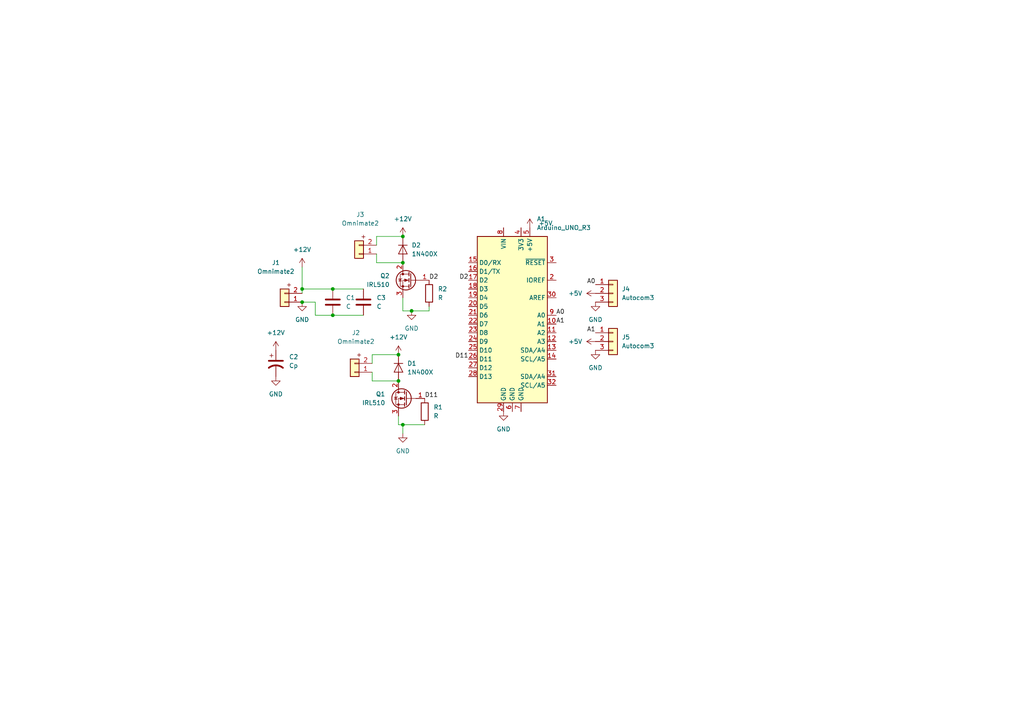
<source format=kicad_sch>
(kicad_sch (version 20211123) (generator eeschema)
  (paper "A4")
  (lib_symbols
    (symbol "MCU_Module:Arduino_UNO_R3"
      (property "Reference" "A" (at -10.16 23.495 0))
      (property "Value" "Arduino_UNO_R3" (at 5.08 -26.67 0))
      (symbol "Arduino_UNO_R3_0_1"
        (rectangle (start -10.16 22.86) (end 10.16 -25.4) (stroke (width 0.254)) (fill (type background)))
      )
      (symbol "Arduino_UNO_R3_1_1"
        (pin no_connect line (at -10.16 -20.32 0) (length 2.54) hide (name "NC") (number "1"))
        (pin bidirectional line (at 12.7 -2.54 180) (length 2.54) (name "A1") (number "10"))
        (pin bidirectional line (at 12.7 -5.08 180) (length 2.54) (name "A2") (number "11"))
        (pin bidirectional line (at 12.7 -7.62 180) (length 2.54) (name "A3") (number "12"))
        (pin bidirectional line (at 12.7 -10.16 180) (length 2.54) (name "SDA/A4") (number "13"))
        (pin bidirectional line (at 12.7 -12.7 180) (length 2.54) (name "SCL/A5") (number "14"))
        (pin bidirectional line (at -12.7 15.24 0) (length 2.54) (name "D0/RX") (number "15"))
        (pin bidirectional line (at -12.7 12.7 0) (length 2.54) (name "D1/TX") (number "16"))
        (pin bidirectional line (at -12.7 10.16 0) (length 2.54) (name "D2") (number "17"))
        (pin bidirectional line (at -12.7 7.62 0) (length 2.54) (name "D3") (number "18"))
        (pin bidirectional line (at -12.7 5.08 0) (length 2.54) (name "D4") (number "19"))
        (pin output line (at 12.7 10.16 180) (length 2.54) (name "IOREF") (number "2"))
        (pin bidirectional line (at -12.7 2.54 0) (length 2.54) (name "D5") (number "20"))
        (pin bidirectional line (at -12.7 0 0) (length 2.54) (name "D6") (number "21"))
        (pin bidirectional line (at -12.7 -2.54 0) (length 2.54) (name "D7") (number "22"))
        (pin bidirectional line (at -12.7 -5.08 0) (length 2.54) (name "D8") (number "23"))
        (pin bidirectional line (at -12.7 -7.62 0) (length 2.54) (name "D9") (number "24"))
        (pin bidirectional line (at -12.7 -10.16 0) (length 2.54) (name "D10") (number "25"))
        (pin bidirectional line (at -12.7 -12.7 0) (length 2.54) (name "D11") (number "26"))
        (pin bidirectional line (at -12.7 -15.24 0) (length 2.54) (name "D12") (number "27"))
        (pin bidirectional line (at -12.7 -17.78 0) (length 2.54) (name "D13") (number "28"))
        (pin power_in line (at -2.54 -27.94 90) (length 2.54) (name "GND") (number "29"))
        (pin input line (at 12.7 15.24 180) (length 2.54) (name "~{RESET}") (number "3"))
        (pin input line (at 12.7 5.08 180) (length 2.54) (name "AREF") (number "30"))
        (pin bidirectional line (at 12.7 -17.78 180) (length 2.54) (name "SDA/A4") (number "31"))
        (pin bidirectional line (at 12.7 -20.32 180) (length 2.54) (name "SCL/A5") (number "32"))
        (pin power_out line (at 2.54 25.4 270) (length 2.54) (name "3V3") (number "4"))
        (pin power_out line (at 5.08 25.4 270) (length 2.54) (name "+5V") (number "5"))
        (pin power_in line (at 0 -27.94 90) (length 2.54) (name "GND") (number "6"))
        (pin power_in line (at 2.54 -27.94 90) (length 2.54) (name "GND") (number "7"))
        (pin power_in line (at -2.54 25.4 270) (length 2.54) (name "VIN") (number "8"))
        (pin bidirectional line (at 12.7 0 180) (length 2.54) (name "A0") (number "9"))
      )
    )
    (symbol "SymbGamelGe2:1N400X" (pin_numbers hide) (pin_names (offset 1.016) hide)
      (property "Reference" "D" (at 0 2.54 0))
      (property "Value" "1N400X" (at 0 -2.54 0))
      (symbol "1N400X_0_1"
        (polyline (pts (xy -1.27 1.27) (xy -1.27 -1.27)) (stroke (width 0.2032)))
        (polyline (pts (xy 1.27 0) (xy -1.27 0)))
        (polyline (pts (xy 1.27 1.27) (xy 1.27 -1.27) (xy -1.27 0) (xy 1.27 1.27)) (stroke (width 0.2032)))
      )
      (symbol "1N400X_1_1"
        (pin passive line (at -3.81 0 0) (length 2.54) (name "K") (number "1"))
        (pin passive line (at 3.81 0 180) (length 2.54) (name "A") (number "2"))
      )
    )
    (symbol "SymbGamelGe2:Autocom3" (pin_names (offset 1.016) hide)
      (property "Reference" "J" (at 0 5.08 0))
      (property "Value" "Autocom3" (at 0 -5.08 0))
      (symbol "Autocom3_1_1"
        (rectangle (start -1.27 -2.413) (end 0 -2.667) (stroke (width 0.1524)))
        (rectangle (start -1.27 0.127) (end 0 -0.127) (stroke (width 0.1524)))
        (rectangle (start -1.27 2.667) (end 0 2.413) (stroke (width 0.1524)))
        (rectangle (start -1.27 3.81) (end 1.27 -3.81) (stroke (width 0.254)) (fill (type background)))
        (pin passive line (at -5.08 2.54 0) (length 3.81) (name "Pin_1") (number "1"))
        (pin passive line (at -5.08 0 0) (length 3.81) (name "Pin_2") (number "2"))
        (pin passive line (at -5.08 -2.54 0) (length 3.81) (name "Pin_3") (number "3"))
      )
    )
    (symbol "SymbGamelGe2:C" (pin_numbers hide) (pin_names (offset 0.254))
      (property "Reference" "C" (at 0.635 2.54 0))
      (property "Value" "C" (at 0.635 -2.54 0))
      (symbol "C_0_1"
        (polyline (pts (xy -2.032 -0.762) (xy 2.032 -0.762)) (stroke (width 0.508)))
        (polyline (pts (xy -2.032 0.762) (xy 2.032 0.762)) (stroke (width 0.508)))
      )
      (symbol "C_1_1"
        (pin passive line (at 0 3.81 270) (length 2.794) (name "~") (number "1"))
        (pin passive line (at 0 -3.81 90) (length 2.794) (name "~") (number "2"))
      )
    )
    (symbol "SymbGamelGe2:Cp" (pin_numbers hide) (pin_names (offset 0.254) hide)
      (property "Reference" "C" (at 0.635 2.54 0))
      (property "Value" "Cp" (at 0.635 -2.54 0))
      (symbol "Cp_0_1"
        (polyline (pts (xy -2.032 0.762) (xy 2.032 0.762)) (stroke (width 0.508)))
        (polyline (pts (xy -1.778 2.286) (xy -0.762 2.286)))
        (polyline (pts (xy -1.27 1.778) (xy -1.27 2.794)))
        (arc (start 2.032 -1.27) (mid 0 -0.5572) (end -2.032 -1.27) (stroke (width 0.508)))
      )
      (symbol "Cp_1_1"
        (pin passive line (at 0 3.81 270) (length 2.794) (name "~") (number "1"))
        (pin passive line (at 0 -3.81 90) (length 3.302) (name "~") (number "2"))
      )
    )
    (symbol "SymbGamelGe2:IRL510" (pin_names (offset 0) hide)
      (property "Reference" "Q" (at 6.35 1.905 0))
      (property "Value" "IRL510" (at 6.35 0 0))
      (symbol "IRL510_0_1"
        (polyline (pts (xy 0.254 0) (xy -2.54 0)))
        (polyline (pts (xy 0.762 -1.778) (xy 2.54 -1.778)))
        (polyline (pts (xy 0.762 -1.27) (xy 0.762 -2.286)) (stroke (width 0.254)))
        (polyline (pts (xy 0.762 0) (xy 2.54 0)))
        (polyline (pts (xy 0.762 0.508) (xy 0.762 -0.508)) (stroke (width 0.254)))
        (polyline (pts (xy 0.762 1.778) (xy 2.54 1.778)))
        (polyline (pts (xy 0.762 2.286) (xy 0.762 1.27)) (stroke (width 0.254)))
        (polyline (pts (xy 2.54 -1.778) (xy 2.54 -2.54)))
        (polyline (pts (xy 2.54 -1.778) (xy 2.54 0)))
        (polyline (pts (xy 2.54 2.54) (xy 2.54 1.778)))
        (polyline (pts (xy 0.254 1.905) (xy 0.254 -1.905) (xy 0.254 -1.905)) (stroke (width 0.254)))
        (polyline (pts (xy 1.016 0) (xy 2.032 0.381) (xy 2.032 -0.381) (xy 1.016 0)) (fill (type outline)))
        (polyline (pts (xy 2.54 -1.778) (xy 3.302 -1.778) (xy 3.302 1.778) (xy 2.54 1.778)))
        (polyline (pts (xy 2.794 0.508) (xy 2.921 0.381) (xy 3.683 0.381) (xy 3.81 0.254)))
        (polyline (pts (xy 3.302 0.381) (xy 2.921 -0.254) (xy 3.683 -0.254) (xy 3.302 0.381)))
        (circle (center 1.651 0) (radius 2.8194) (stroke (width 0.254)))
        (circle (center 2.54 -1.778) (radius 0.2794) (fill (type outline)))
        (circle (center 2.54 1.778) (radius 0.2794) (fill (type outline)))
      )
      (symbol "IRL510_1_1"
        (pin input line (at -5.08 0 0) (length 2.54) (name "G") (number "1"))
        (pin passive line (at 2.54 5.08 270) (length 2.54) (name "D") (number "2"))
        (pin passive line (at 2.54 -5.08 90) (length 2.54) (name "S") (number "3"))
      )
    )
    (symbol "SymbGamelGe2:Omnimate2" (pin_names (offset 1.016) hide)
      (property "Reference" "J" (at -1.27 2.54 0))
      (property "Value" "Omnimate2" (at 0 -5.08 0))
      (symbol "Omnimate2_0_0"
        (text "+" (at 1.27 2.54 0) (effects (font (size 1.27 1.27))))
      )
      (symbol "Omnimate2_1_1"
        (rectangle (start -1.27 1.27) (end 1.27 -3.81) (stroke (width 0.254)) (fill (type background)))
        (rectangle (start 0 -2.413) (end 1.27 -2.667) (stroke (width 0.1524)))
        (rectangle (start 0 0.127) (end 1.27 -0.127) (stroke (width 0.1524)))
        (pin passive line (at 5.08 -2.54 180) (length 3.81) (name "Pin_1") (number "1"))
        (pin passive line (at 5.08 0 180) (length 3.81) (name "Pin_2") (number "2"))
      )
    )
    (symbol "SymbGamelGe2:R" (pin_numbers hide) (pin_names (offset 0))
      (property "Reference" "R" (at 2.032 0 90))
      (property "Value" "R" (at 0 0 90))
      (symbol "R_0_1"
        (rectangle (start -1.016 -2.54) (end 1.016 2.54) (stroke (width 0.254)))
      )
      (symbol "R_1_1"
        (pin passive line (at 0 3.81 270) (length 1.27) (name "~") (number "1"))
        (pin passive line (at 0 -3.81 90) (length 1.27) (name "~") (number "2"))
      )
    )
    (symbol "power:+12V" (power) (pin_names (offset 0))
      (property "Value" "+12V" (at 0 3.556 0))
      (symbol "+12V_0_1"
        (polyline (pts (xy -0.762 1.27) (xy 0 2.54)))
        (polyline (pts (xy 0 0) (xy 0 2.54)))
        (polyline (pts (xy 0 2.54) (xy 0.762 1.27)))
      )
      (symbol "+12V_1_1"
        (pin power_in line (at 0 0 90) (length 0) hide (name "+12V") (number "1"))
      )
    )
    (symbol "power:+5V" (power) (pin_names (offset 0))
      (property "Value" "+5V" (at 0 3.556 0))
      (symbol "+5V_0_1"
        (polyline (pts (xy -0.762 1.27) (xy 0 2.54)))
        (polyline (pts (xy 0 0) (xy 0 2.54)))
        (polyline (pts (xy 0 2.54) (xy 0.762 1.27)))
      )
      (symbol "+5V_1_1"
        (pin power_in line (at 0 0 90) (length 0) hide (name "+5V") (number "1"))
      )
    )
    (symbol "power:GND" (power) (pin_names (offset 0))
      (property "Value" "GND" (at 0 -3.81 0))
      (symbol "GND_0_1"
        (polyline (pts (xy 0 0) (xy 0 -1.27) (xy 1.27 -1.27) (xy 0 -2.54) (xy -1.27 -1.27) (xy 0 -1.27)))
      )
      (symbol "GND_1_1"
        (pin power_in line (at 0 0 270) (length 0) hide (name "GND") (number "1"))
      )
    )
  )
  (junction (at 96.52 91.44))
  (junction (at 119.38 90.17))
  (junction (at 87.63 83.82))
  (junction (at 96.52 83.82))
  (junction (at 87.63 87.63))
  (junction (at 116.84 68.58))
  (junction (at 116.84 123.19))
  (junction (at 115.57 102.87))
  (junction (at 116.84 76.2))
  (junction (at 115.57 110.49))
  (wire (pts (xy 107.95 102.87) (xy 115.57 102.87)))
  (wire (pts (xy 107.95 105.41) (xy 107.95 102.87)))
  (wire (pts (xy 96.52 83.82) (xy 105.41 83.82)))
  (wire (pts (xy 107.95 110.49) (xy 115.57 110.49)))
  (wire (pts (xy 109.22 68.58) (xy 116.84 68.58)))
  (wire (pts (xy 87.63 77.47) (xy 87.63 83.82)))
  (wire (pts (xy 87.63 87.63) (xy 91.44 87.63)))
  (wire (pts (xy 109.22 73.66) (xy 109.22 76.2)))
  (wire (pts (xy 107.95 107.95) (xy 107.95 110.49)))
  (wire (pts (xy 96.52 91.44) (xy 105.41 91.44)))
  (wire (pts (xy 116.84 123.19) (xy 116.84 125.73)))
  (wire (pts (xy 124.46 90.17) (xy 124.46 88.9)))
  (wire (pts (xy 96.52 91.44) (xy 91.44 91.44)))
  (wire (pts (xy 119.38 90.17) (xy 124.46 90.17)))
  (wire (pts (xy 116.84 123.19) (xy 115.57 123.19)))
  (wire (pts (xy 109.22 76.2) (xy 116.84 76.2)))
  (wire (pts (xy 116.84 86.36) (xy 116.84 90.17)))
  (wire (pts (xy 116.84 123.19) (xy 123.19 123.19)))
  (wire (pts (xy 109.22 71.12) (xy 109.22 68.58)))
  (wire (pts (xy 116.84 90.17) (xy 119.38 90.17)))
  (wire (pts (xy 87.63 83.82) (xy 96.52 83.82)))
  (wire (pts (xy 87.63 83.82) (xy 87.63 85.09)))
  (wire (pts (xy 115.57 123.19) (xy 115.57 120.65)))
  (wire (pts (xy 91.44 91.44) (xy 91.44 87.63)))
  (label "D11" (at 123.19 115.57 0))
  (label "D2" (at 124.46 81.28 0))
  (label "A1" (at 172.72 96.52 180))
  (label "A1" (at 161.29 93.98 0))
  (label "A0" (at 161.29 91.44 0))
  (label "A0" (at 172.72 82.55 180))
  (label "D11" (at 135.89 104.14 180))
  (label "D2" (at 135.89 81.28 180))
  (symbol (lib_id "power:GND") (at 172.72 87.63 0) (unit 1)
    (property "Reference" "#PWR0107" (effects hide))
    (property "Value" "GND" (at 172.72 92.71 0))
  )
  (symbol (lib_id "SymbGamelGe2:R") (at 124.46 85.09 0) (unit 1)
    (property "Reference" "R2" (at 127 83.8199 0) (effects (justify left)))
    (property "Value" "R" (at 127 86.3599 0) (effects (justify left)))
    (property "Footprint" "FootprintGamelGe2:R_Axial_DIN0207_L6.3mm_D2.5mm_P10.16mm_Horizontal" (effects hide))
  )
  (symbol (lib_id "SymbGamelGe2:Autocom3") (at 177.8 99.06 0) (unit 1)
    (property "Reference" "J5" (at 180.34 97.7899 0) (effects (justify left)))
    (property "Value" "Autocom3" (at 180.34 100.3299 0) (effects (justify left)))
    (property "Footprint" "FootprintGamelGe2:Autocom3" (effects hide))
  )
  (symbol (lib_id "power:+12V") (at 115.57 102.87 0) (unit 1)
    (property "Reference" "#PWR0102" (effects hide))
    (property "Value" "+12V" (at 115.57 97.79 0))
  )
  (symbol (lib_id "power:+5V") (at 153.67 66.04 0) (unit 1)
    (property "Reference" "#PWR0108" (effects hide))
    (property "Value" "+5V" (at 156.21 64.7699 0) (effects (justify left)))
  )
  (symbol (lib_id "MCU_Module:Arduino_UNO_R3") (at 148.59 91.44 0) (unit 1)
    (property "Reference" "A1" (at 155.6894 63.5 0) (effects (justify left)))
    (property "Value" "Arduino_UNO_R3" (at 155.6894 66.04 0) (effects (justify left)))
    (property "Footprint" "Module:Arduino_UNO_R3" (effects hide))
    (property "Datasheet" "https://www.arduino.cc/en/Main/arduinoBoardUno" (effects hide))
  )
  (symbol (lib_id "power:GND") (at 172.72 101.6 0) (unit 1)
    (property "Reference" "#PWR0111" (effects hide))
    (property "Value" "GND" (at 172.72 106.68 0))
  )
  (symbol (lib_id "power:GND") (at 80.01 109.22 0) (unit 1)
    (property "Reference" "#PWR0113" (effects hide))
    (property "Value" "GND" (at 80.01 114.3 0))
  )
  (symbol (lib_id "power:GND") (at 146.05 119.38 0) (unit 1)
    (property "Reference" "#PWR0106" (effects hide))
    (property "Value" "GND" (at 146.05 124.46 0))
  )
  (symbol (lib_id "SymbGamelGe2:Omnimate2") (at 102.87 105.41 0) (unit 1)
    (property "Reference" "J2" (at 103.2393 96.52 0))
    (property "Value" "Omnimate2" (at 103.2393 99.06 0))
    (property "Footprint" "FootprintGamelGe2:OmnimateSL-5,08_1x02_P5.08mm_Vertical" (effects hide))
  )
  (symbol (lib_id "SymbGamelGe2:IRL510") (at 118.11 115.57 0) (mirror y) (unit 1)
    (property "Reference" "Q1" (at 111.76 114.2999 0) (effects (justify left)))
    (property "Value" "IRL510" (at 111.76 116.8399 0) (effects (justify left)))
    (property "Footprint" "FootprintGamelGe2:TO-220-3_Vertical" (effects hide))
    (property "Datasheet" "https://www.vishay.com/docs/91297/sihl510.pdf" (effects hide))
  )
  (symbol (lib_id "SymbGamelGe2:C") (at 105.41 87.63 0) (unit 1)
    (property "Reference" "C3" (at 109.22 86.3599 0) (effects (justify left)))
    (property "Value" "C" (at 109.22 88.8999 0) (effects (justify left)))
    (property "Footprint" "FootprintGamelGe2:C_Rect_L7.0mm_W2.5mm_P5.00mm" (effects hide))
  )
  (symbol (lib_id "power:+12V") (at 87.63 77.47 0) (unit 1)
    (property "Reference" "#PWR0105" (effects hide))
    (property "Value" "+12V" (at 87.63 72.39 0))
  )
  (symbol (lib_id "power:+5V") (at 172.72 85.09 90) (unit 1)
    (property "Reference" "#PWR0109" (effects hide))
    (property "Value" "+5V" (at 168.91 85.0899 90) (effects (justify left)))
  )
  (symbol (lib_id "SymbGamelGe2:1N400X") (at 116.84 72.39 270) (unit 1)
    (property "Reference" "D2" (at 119.38 71.1199 90) (effects (justify left)))
    (property "Value" "1N400X" (at 119.38 73.6599 90) (effects (justify left)))
    (property "Footprint" "Diode_THT:D_DO-41_SOD81_P10.16mm_Horizontal" (effects hide))
    (property "Datasheet" "http://www.vishay.com/docs/88503/1n4001.pdf" (effects hide))
  )
  (symbol (lib_id "SymbGamelGe2:C") (at 96.52 87.63 0) (unit 1)
    (property "Reference" "C1" (at 100.33 86.3599 0) (effects (justify left)))
    (property "Value" "C" (at 100.33 88.8999 0) (effects (justify left)))
    (property "Footprint" "FootprintGamelGe2:C_Rect_L7.0mm_W2.5mm_P5.00mm" (effects hide))
  )
  (symbol (lib_id "SymbGamelGe2:Autocom3") (at 177.8 85.09 0) (unit 1)
    (property "Reference" "J4" (at 180.34 83.8199 0) (effects (justify left)))
    (property "Value" "Autocom3" (at 180.34 86.3599 0) (effects (justify left)))
    (property "Footprint" "FootprintGamelGe2:Autocom3" (effects hide))
  )
  (symbol (lib_id "SymbGamelGe2:Cp") (at 80.01 105.41 0) (unit 1)
    (property "Reference" "C2" (at 83.82 103.5049 0) (effects (justify left)))
    (property "Value" "Cp" (at 83.82 106.0449 0) (effects (justify left)))
    (property "Footprint" "FootprintGamelGe2:CP_Radial_D5.0mm_P2.50mm" (effects hide))
  )
  (symbol (lib_id "power:GND") (at 116.84 125.73 0) (unit 1)
    (property "Reference" "#PWR0112" (effects hide))
    (property "Value" "GND" (at 116.84 130.81 0))
  )
  (symbol (lib_id "SymbGamelGe2:R") (at 123.19 119.38 0) (unit 1)
    (property "Reference" "R1" (at 125.73 118.1099 0) (effects (justify left)))
    (property "Value" "R" (at 125.73 120.6499 0) (effects (justify left)))
    (property "Footprint" "FootprintGamelGe2:R_Axial_DIN0207_L6.3mm_D2.5mm_P10.16mm_Horizontal" (effects hide))
  )
  (symbol (lib_id "power:+12V") (at 80.01 101.6 0) (unit 1)
    (property "Reference" "#PWR0114" (effects hide))
    (property "Value" "+12V" (at 80.01 96.52 0))
  )
  (symbol (lib_id "SymbGamelGe2:Omnimate2") (at 82.55 85.09 0) (unit 1)
    (property "Reference" "J1" (at 80.01 76.2 0))
    (property "Value" "Omnimate2" (at 80.01 78.74 0))
    (property "Footprint" "FootprintGamelGe2:OmnimateSL-5,08_1x02_P5.08mm_Vertical" (effects hide))
  )
  (symbol (lib_id "power:+5V") (at 172.72 99.06 90) (unit 1)
    (property "Reference" "#PWR0110" (effects hide))
    (property "Value" "+5V" (at 168.91 99.0599 90) (effects (justify left)))
  )
  (symbol (lib_id "SymbGamelGe2:1N400X") (at 115.57 106.68 270) (unit 1)
    (property "Reference" "D1" (at 118.11 105.4099 90) (effects (justify left)))
    (property "Value" "1N400X" (at 118.11 107.9499 90) (effects (justify left)))
    (property "Footprint" "Diode_THT:D_DO-41_SOD81_P10.16mm_Horizontal" (effects hide))
    (property "Datasheet" "http://www.vishay.com/docs/88503/1n4001.pdf" (effects hide))
  )
  (symbol (lib_id "power:GND") (at 119.38 90.17 0) (unit 1)
    (property "Reference" "#PWR0103" (effects hide))
    (property "Value" "GND" (at 119.38 95.25 0))
  )
  (symbol (lib_id "SymbGamelGe2:Omnimate2") (at 104.14 71.12 0) (unit 1)
    (property "Reference" "J3" (at 104.5093 62.23 0))
    (property "Value" "Omnimate2" (at 104.5093 64.77 0))
    (property "Footprint" "FootprintGamelGe2:OmnimateSL-5,08_1x02_P5.08mm_Vertical" (effects hide))
  )
  (symbol (lib_id "power:+12V") (at 116.84 68.58 0) (unit 1)
    (property "Reference" "#PWR0101" (effects hide))
    (property "Value" "+12V" (at 116.84 63.5 0))
  )
  (symbol (lib_id "SymbGamelGe2:IRL510") (at 119.38 81.28 0) (mirror y) (unit 1)
    (property "Reference" "Q2" (at 113.03 80.0099 0) (effects (justify left)))
    (property "Value" "IRL510" (at 113.03 82.5499 0) (effects (justify left)))
    (property "Footprint" "FootprintGamelGe2:TO-220-3_Vertical" (effects hide))
    (property "Datasheet" "https://www.vishay.com/docs/91297/sihl510.pdf" (effects hide))
  )
  (symbol (lib_id "power:GND") (at 87.63 87.63 0) (unit 1)
    (property "Reference" "#PWR0104" (effects hide))
    (property "Value" "GND" (at 87.63 92.71 0))
  )
)
</source>
